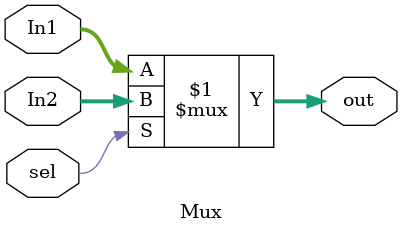
<source format=v>
module Mux #(parameter  width = 32)
    (
        input[width-1:0] In1, In2,
        input sel,
        output [width-1:0] out
    );

    assign out = sel ? In2 : In1;
endmodule


</source>
